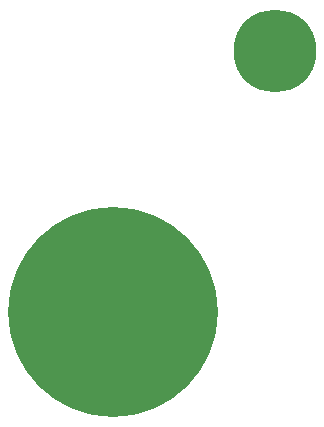
<source format=gbr>
G04 #@! TF.FileFunction,Paste,Bot*
%FSLAX46Y46*%
G04 Gerber Fmt 4.6, Leading zero omitted, Abs format (unit mm)*
G04 Created by KiCad (PCBNEW 4.0.7) date 09/18/18 19:10:44*
%MOMM*%
%LPD*%
G01*
G04 APERTURE LIST*
%ADD10C,0.100000*%
%ADD11C,17.780000*%
%ADD12C,7.000000*%
G04 APERTURE END LIST*
D10*
D11*
X128086000Y-119556000D03*
D12*
X141830000Y-97460000D03*
M02*

</source>
